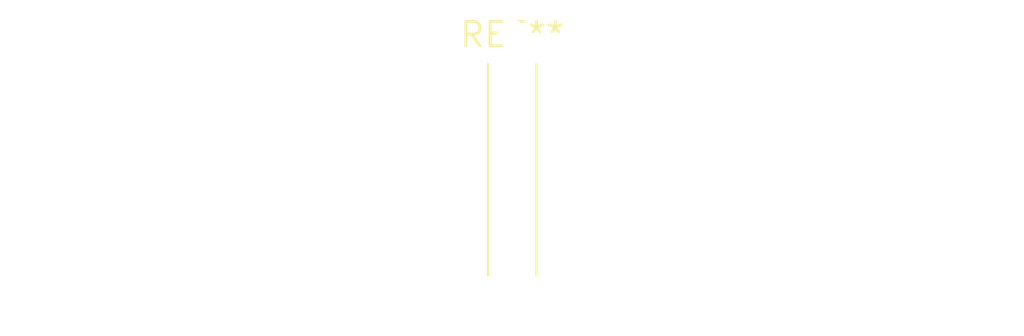
<source format=kicad_pcb>
(kicad_pcb (version 20240108) (generator pcbnew)
  (layers (0 "F.Cu" signal) (31 "B.Cu" signal) (34 "B.Paste" user) (35 "F.Paste" user) (36 "B.SilkS" user "B.Silkscreen") (37 "F.SilkS" user "F.Silkscreen") (38 "B.Mask" user) (39 "F.Mask" user) (44 "Edge.Cuts" user))
  (net 0 "")
  (footprint "SolderWire-0.75sqmm_1x01_D1.25mm_OD2.3mm_Relief" (layer "F.Cu") (at 0 0)
    (property "Reference" "REF**")
    (property "Value" "SolderWire-0.75sqmm_1x01_D1.25mm_OD2.3mm_Relief")
    (fp_line (start -1.26 1.535) (end -1.26 12.54) (layer "F.SilkS") (stroke (width 0.12)))
    (fp_line (start 1.26 1.535) (end 1.26 12.54) (layer "F.SilkS") (stroke (width 0.12)))
    (pad "" np_thru_hole circle (at 0 13.8) (size 2.8 2.8) (drill 2.8) (layers *.Cu *.Mask))
    (pad "1" thru_hole roundrect (at 0 0) (size 2.55 2.55) (drill 1.55) (layers *.Cu *.Mask) (remove_unused_layers) (roundrect_rratio 0.098039))
  )
)
</source>
